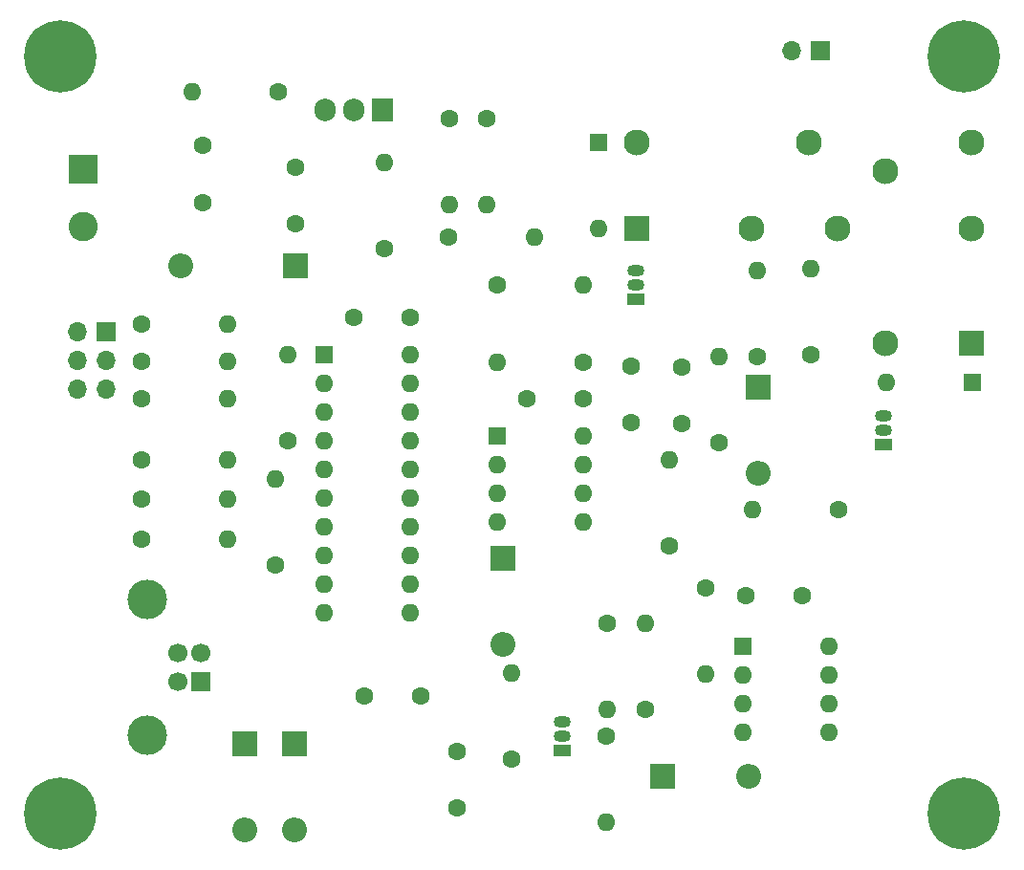
<source format=gbr>
%TF.GenerationSoftware,KiCad,Pcbnew,(6.0.0)*%
%TF.CreationDate,2022-04-10T16:10:43-06:00*%
%TF.ProjectId,USB_curve_tracer,5553425f-6375-4727-9665-5f7472616365,rev?*%
%TF.SameCoordinates,Original*%
%TF.FileFunction,Soldermask,Bot*%
%TF.FilePolarity,Negative*%
%FSLAX46Y46*%
G04 Gerber Fmt 4.6, Leading zero omitted, Abs format (unit mm)*
G04 Created by KiCad (PCBNEW (6.0.0)) date 2022-04-10 16:10:43*
%MOMM*%
%LPD*%
G01*
G04 APERTURE LIST*
%ADD10R,1.905000X2.000000*%
%ADD11O,1.905000X2.000000*%
%ADD12O,1.500000X1.050000*%
%ADD13R,1.500000X1.050000*%
%ADD14C,0.800000*%
%ADD15C,6.400000*%
%ADD16C,1.600000*%
%ADD17O,1.600000X1.600000*%
%ADD18R,2.200000X2.200000*%
%ADD19O,2.200000X2.200000*%
%ADD20R,1.600000X1.600000*%
%ADD21R,2.300000X2.300000*%
%ADD22C,2.300000*%
%ADD23R,1.700000X1.700000*%
%ADD24O,1.700000X1.700000*%
%ADD25C,1.700000*%
%ADD26C,3.500000*%
%ADD27R,2.600000X2.600000*%
%ADD28C,2.600000*%
G04 APERTURE END LIST*
D10*
%TO.C,Q3*%
X126180000Y-65020000D03*
D11*
X123640000Y-65020000D03*
X121100000Y-65020000D03*
%TD*%
D12*
%TO.C,Q2*%
X170560000Y-93400000D03*
X170560000Y-92130000D03*
D13*
X170560000Y-94670000D03*
%TD*%
D12*
%TO.C,Q1*%
X148660000Y-80500000D03*
X148660000Y-79230000D03*
D13*
X148660000Y-81770000D03*
%TD*%
D14*
%TO.C,H2*%
X179397056Y-58617944D03*
X177700000Y-62715000D03*
X176002944Y-58617944D03*
X180100000Y-60315000D03*
D15*
X177700000Y-60315000D03*
D14*
X176002944Y-62012056D03*
X177700000Y-57915000D03*
X175300000Y-60315000D03*
X179397056Y-62012056D03*
%TD*%
D16*
%TO.C,R6*%
X104890000Y-87315000D03*
D17*
X112510000Y-87315000D03*
%TD*%
D18*
%TO.C,D3*%
X114000000Y-121190000D03*
D19*
X114000000Y-128810000D03*
%TD*%
D16*
%TO.C,R22*%
X132090000Y-76300000D03*
D17*
X139710000Y-76300000D03*
%TD*%
D16*
%TO.C,R2*%
X146080000Y-110510000D03*
D17*
X146080000Y-118130000D03*
%TD*%
D20*
%TO.C,U8*%
X136380000Y-93920000D03*
D17*
X136380000Y-96460000D03*
X136380000Y-99000000D03*
X136380000Y-101540000D03*
X144000000Y-101540000D03*
X144000000Y-99000000D03*
X144000000Y-96460000D03*
X144000000Y-93920000D03*
%TD*%
D16*
%TO.C,R15*%
X166600000Y-100400000D03*
D17*
X158980000Y-100400000D03*
%TD*%
D16*
%TO.C,R4*%
X137600000Y-122525000D03*
D17*
X137600000Y-114905000D03*
%TD*%
D21*
%TO.C,K2*%
X178400000Y-85700000D03*
D22*
X178400000Y-75540000D03*
X178400000Y-67920000D03*
X170780000Y-70460000D03*
X170780000Y-85700000D03*
%TD*%
D16*
%TO.C,R13*%
X117000000Y-63415000D03*
D17*
X109380000Y-63415000D03*
%TD*%
D20*
%TO.C,D11*%
X145300000Y-67890000D03*
D17*
X145300000Y-75510000D03*
%TD*%
D16*
%TO.C,C10*%
X163400000Y-108015000D03*
X158400000Y-108015000D03*
%TD*%
D18*
%TO.C,D1*%
X118480000Y-78815000D03*
D19*
X108320000Y-78815000D03*
%TD*%
D16*
%TO.C,C2*%
X132800000Y-121815000D03*
X132800000Y-126815000D03*
%TD*%
%TO.C,R29*%
X144000000Y-87415000D03*
D17*
X136380000Y-87415000D03*
%TD*%
D14*
%TO.C,H3*%
X99397056Y-125617944D03*
X96002944Y-129012056D03*
D15*
X97700000Y-127315000D03*
D14*
X99397056Y-129012056D03*
X95300000Y-127315000D03*
X100100000Y-127315000D03*
X97700000Y-124915000D03*
X96002944Y-125617944D03*
X97700000Y-129715000D03*
%TD*%
D16*
%TO.C,C3*%
X129600000Y-116915000D03*
X124600000Y-116915000D03*
%TD*%
%TO.C,R25*%
X164100000Y-86710000D03*
D17*
X164100000Y-79090000D03*
%TD*%
D16*
%TO.C,R14*%
X136390000Y-80500000D03*
D17*
X144010000Y-80500000D03*
%TD*%
D18*
%TO.C,D10*%
X159500000Y-89600000D03*
D19*
X159500000Y-97220000D03*
%TD*%
D16*
%TO.C,R8*%
X116700000Y-105325000D03*
D17*
X116700000Y-97705000D03*
%TD*%
D14*
%TO.C,H1*%
X100100000Y-60315000D03*
X99397056Y-58617944D03*
D15*
X97700000Y-60315000D03*
D14*
X97700000Y-57915000D03*
X96002944Y-62012056D03*
X96002944Y-58617944D03*
X95300000Y-60315000D03*
X97700000Y-62715000D03*
X99397056Y-62012056D03*
%TD*%
D13*
%TO.C,U1*%
X142140000Y-121790000D03*
D12*
X142140000Y-120520000D03*
X142140000Y-119250000D03*
%TD*%
D16*
%TO.C,R10*%
X104890000Y-103020000D03*
D17*
X112510000Y-103020000D03*
%TD*%
D21*
%TO.C,K1*%
X148700000Y-75500000D03*
D22*
X158860000Y-75500000D03*
X166480000Y-75500000D03*
X163940000Y-67880000D03*
X148700000Y-67880000D03*
%TD*%
D23*
%TO.C,J2*%
X101700000Y-84720000D03*
D24*
X99160000Y-84720000D03*
X101700000Y-87260000D03*
X99160000Y-87260000D03*
X101700000Y-89800000D03*
X99160000Y-89800000D03*
%TD*%
D23*
%TO.C,J3*%
X110080000Y-115670000D03*
D25*
X110080000Y-113170000D03*
X108080000Y-113170000D03*
X108080000Y-115670000D03*
D26*
X105370000Y-120440000D03*
X105370000Y-108400000D03*
%TD*%
D20*
%TO.C,U7*%
X158100000Y-112515000D03*
D17*
X158100000Y-115055000D03*
X158100000Y-117595000D03*
X158100000Y-120135000D03*
X165720000Y-120135000D03*
X165720000Y-117595000D03*
X165720000Y-115055000D03*
X165720000Y-112515000D03*
%TD*%
D16*
%TO.C,C11*%
X152700000Y-92800000D03*
X152700000Y-87800000D03*
%TD*%
%TO.C,R28*%
X156000000Y-94510000D03*
D17*
X156000000Y-86890000D03*
%TD*%
D18*
%TO.C,D4*%
X151050000Y-124015000D03*
D19*
X158670000Y-124015000D03*
%TD*%
D16*
%TO.C,R3*%
X145980000Y-120520000D03*
D17*
X145980000Y-128140000D03*
%TD*%
D16*
%TO.C,R24*%
X154800000Y-107405000D03*
D17*
X154800000Y-115025000D03*
%TD*%
D18*
%TO.C,D2*%
X118400000Y-121190000D03*
D19*
X118400000Y-128810000D03*
%TD*%
D16*
%TO.C,C1*%
X118500000Y-70115000D03*
X118500000Y-75115000D03*
%TD*%
D20*
%TO.C,U3*%
X121080000Y-86695000D03*
D17*
X121080000Y-89235000D03*
X121080000Y-91775000D03*
X121080000Y-94315000D03*
X121080000Y-96855000D03*
X121080000Y-99395000D03*
X121080000Y-101935000D03*
X121080000Y-104475000D03*
X121080000Y-107015000D03*
X121080000Y-109555000D03*
X128700000Y-109555000D03*
X128700000Y-107015000D03*
X128700000Y-104475000D03*
X128700000Y-101935000D03*
X128700000Y-99395000D03*
X128700000Y-96855000D03*
X128700000Y-94315000D03*
X128700000Y-91775000D03*
X128700000Y-89235000D03*
X128700000Y-86695000D03*
%TD*%
D16*
%TO.C,R27*%
X151600000Y-103625000D03*
D17*
X151600000Y-96005000D03*
%TD*%
D16*
%TO.C,R9*%
X117800000Y-94325000D03*
D17*
X117800000Y-86705000D03*
%TD*%
D16*
%TO.C,R1*%
X149480000Y-118130000D03*
D17*
X149480000Y-110510000D03*
%TD*%
D23*
%TO.C,J4*%
X164950000Y-59825000D03*
D24*
X162410000Y-59825000D03*
%TD*%
D16*
%TO.C,R5*%
X104900000Y-84015000D03*
D17*
X112520000Y-84015000D03*
%TD*%
D14*
%TO.C,H4*%
X175300000Y-127315000D03*
X177700000Y-124915000D03*
X180100000Y-127315000D03*
X176002944Y-129012056D03*
X179397056Y-125617944D03*
D15*
X177700000Y-127315000D03*
D14*
X176002944Y-125617944D03*
X177700000Y-129715000D03*
X179397056Y-129012056D03*
%TD*%
D16*
%TO.C,R16*%
X126400000Y-77325000D03*
D17*
X126400000Y-69705000D03*
%TD*%
D18*
%TO.C,D9*%
X136900000Y-104715000D03*
D19*
X136900000Y-112335000D03*
%TD*%
D20*
%TO.C,D12*%
X178410000Y-89200000D03*
D17*
X170790000Y-89200000D03*
%TD*%
D16*
%TO.C,C7*%
X110300000Y-68215000D03*
X110300000Y-73215000D03*
%TD*%
%TO.C,R11*%
X104890000Y-99520000D03*
D17*
X112510000Y-99520000D03*
%TD*%
D16*
%TO.C,R26*%
X159400000Y-86910000D03*
D17*
X159400000Y-79290000D03*
%TD*%
D16*
%TO.C,C4*%
X123700000Y-83400000D03*
X128700000Y-83400000D03*
%TD*%
%TO.C,R12*%
X104890000Y-96020000D03*
D17*
X112510000Y-96020000D03*
%TD*%
D16*
%TO.C,R7*%
X104890000Y-90615000D03*
D17*
X112510000Y-90615000D03*
%TD*%
D27*
%TO.C,J1*%
X99700000Y-70315000D03*
D28*
X99700000Y-75395000D03*
%TD*%
D16*
%TO.C,C13*%
X143980000Y-90620000D03*
X138980000Y-90620000D03*
%TD*%
%TO.C,R18*%
X135400000Y-65790000D03*
D17*
X135400000Y-73410000D03*
%TD*%
D16*
%TO.C,C12*%
X148200000Y-92715000D03*
X148200000Y-87715000D03*
%TD*%
%TO.C,R19*%
X132100000Y-65790000D03*
D17*
X132100000Y-73410000D03*
%TD*%
M02*

</source>
